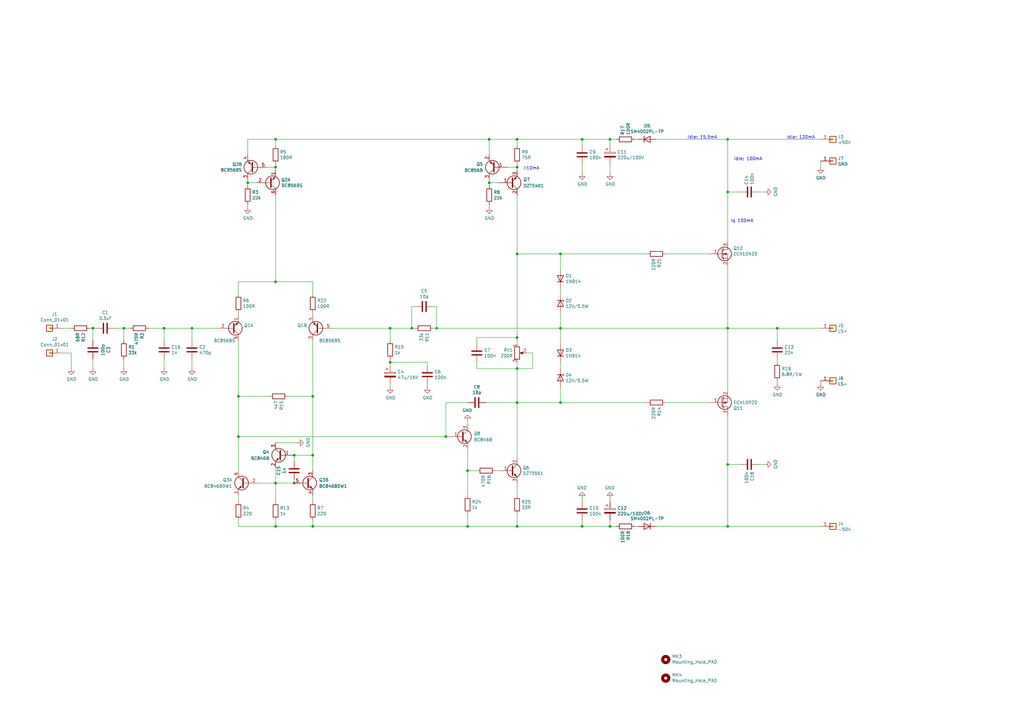
<source format=kicad_sch>
(kicad_sch (version 20211123) (generator eeschema)
  (paper "A3")
  (title_block (title "Lateral MOS FET 80W") (date "2022-01-22") (rev "V4"))
  (lib_symbols
    (symbol "Connector_Generic:Conn_01x01" (pin_names (offset 1.016) hide)
      (property "Reference" "J" (at 0 2.54 0))
      (property "Value" "Conn_01x01" (at 0 -2.54 0))
      (symbol "Conn_01x01_1_1"
        (rectangle (start -1.27 0.127) (end 0 -0.127) (stroke (width 0.1524)))
        (rectangle (start -1.27 1.27) (end 1.27 -1.27) (stroke (width 0.254)) (fill (type background)))
        (pin passive line (at -5.08 0 0) (length 3.81) (name "Pin_1") (number "1"))
      )
    )
    (symbol "Device:C" (pin_numbers hide) (pin_names (offset 0.254))
      (property "Reference" "C" (at 0.635 2.54 0))
      (property "Value" "C" (at 0.635 -2.54 0))
      (symbol "C_0_1"
        (polyline (pts (xy -2.032 -0.762) (xy 2.032 -0.762)) (stroke (width 0.508)))
        (polyline (pts (xy -2.032 0.762) (xy 2.032 0.762)) (stroke (width 0.508)))
      )
      (symbol "C_1_1"
        (pin passive line (at 0 3.81 270) (length 2.794) (name "~") (number "1"))
        (pin passive line (at 0 -3.81 90) (length 2.794) (name "~") (number "2"))
      )
    )
    (symbol "Device:CP" (pin_numbers hide) (pin_names (offset 0.254))
      (property "Reference" "C" (at 0.635 2.54 0))
      (property "Value" "Device_CP" (at 0.635 -2.54 0))
      (symbol "CP_0_1"
        (rectangle (start -2.286 0.508) (end 2.286 1.016))
        (polyline (pts (xy -1.778 2.286) (xy -0.762 2.286)))
        (polyline (pts (xy -1.27 2.794) (xy -1.27 1.778)))
        (rectangle (start 2.286 -0.508) (end -2.286 -1.016) (fill (type outline)))
      )
      (symbol "CP_1_1"
        (pin passive line (at 0 3.81 270) (length 2.794) (name "~") (number "1"))
        (pin passive line (at 0 -3.81 90) (length 2.794) (name "~") (number "2"))
      )
    )
    (symbol "Device:R" (pin_numbers hide) (pin_names (offset 0))
      (property "Reference" "R" (at 2.032 0 90))
      (property "Value" "R" (at 0 0 90))
      (symbol "R_0_1"
        (rectangle (start -1.016 -2.54) (end 1.016 2.54) (stroke (width 0.254)))
      )
      (symbol "R_1_1"
        (pin passive line (at 0 3.81 270) (length 1.27) (name "~") (number "1"))
        (pin passive line (at 0 -3.81 90) (length 1.27) (name "~") (number "2"))
      )
    )
    (symbol "Device:R_POT" (pin_names (offset 1.016) hide)
      (property "Reference" "RV" (at -4.445 0 90))
      (property "Value" "Device_R_POT" (at -2.54 0 90))
      (symbol "R_POT_0_1"
        (polyline (pts (xy 2.54 0) (xy 1.524 0)))
        (polyline (pts (xy 1.143 0) (xy 2.286 0.508) (xy 2.286 -0.508) (xy 1.143 0)) (fill (type outline)))
        (rectangle (start 1.016 2.54) (end -1.016 -2.54) (stroke (width 0.254)))
      )
      (symbol "R_POT_1_1"
        (pin passive line (at 0 3.81 270) (length 1.27) (name "1") (number "1"))
        (pin passive line (at 3.81 0 180) (length 1.27) (name "2") (number "2"))
        (pin passive line (at 0 -3.81 90) (length 1.27) (name "3") (number "3"))
      )
    )
    (symbol "Diode:1N4002" (pin_numbers hide) (pin_names (offset 1.016) hide)
      (property "Reference" "D" (at 0 2.54 0))
      (property "Value" "1N4002" (at 0 -2.54 0))
      (symbol "1N4002_0_1"
        (polyline (pts (xy -1.27 1.27) (xy -1.27 -1.27)) (stroke (width 0.254)))
        (polyline (pts (xy 1.27 0) (xy -1.27 0)))
        (polyline (pts (xy 1.27 1.27) (xy 1.27 -1.27) (xy -1.27 0) (xy 1.27 1.27)) (stroke (width 0.254)))
      )
      (symbol "1N4002_1_1"
        (pin passive line (at -3.81 0 0) (length 2.54) (name "K") (number "1"))
        (pin passive line (at 3.81 0 180) (length 2.54) (name "A") (number "2"))
      )
    )
    (symbol "Diode:1N4148" (pin_numbers hide) (pin_names (offset 1.016) hide)
      (property "Reference" "D" (at 0 2.54 0))
      (property "Value" "1N4148" (at 0 -2.54 0))
      (symbol "1N4148_0_1"
        (polyline (pts (xy -1.27 1.27) (xy -1.27 -1.27)) (stroke (width 0.254)))
        (polyline (pts (xy 1.27 0) (xy -1.27 0)))
        (polyline (pts (xy 1.27 1.27) (xy 1.27 -1.27) (xy -1.27 0) (xy 1.27 1.27)) (stroke (width 0.254)))
      )
      (symbol "1N4148_1_1"
        (pin passive line (at -3.81 0 0) (length 2.54) (name "K") (number "1"))
        (pin passive line (at 3.81 0 180) (length 2.54) (name "A") (number "2"))
      )
    )
    (symbol "Diode:ZPDxx" (pin_numbers hide) (pin_names (offset 1.016) hide)
      (property "Reference" "D" (at 0 2.54 0))
      (property "Value" "ZPDxx" (at 0 -2.54 0))
      (symbol "ZPDxx_0_1"
        (polyline (pts (xy 1.27 0) (xy -1.27 0)))
        (polyline (pts (xy -1.27 -1.27) (xy -1.27 1.27) (xy -0.762 1.27)) (stroke (width 0.254)))
        (polyline (pts (xy 1.27 -1.27) (xy 1.27 1.27) (xy -1.27 0) (xy 1.27 -1.27)) (stroke (width 0.254)))
      )
      (symbol "ZPDxx_1_1"
        (pin passive line (at -3.81 0 0) (length 2.54) (name "K") (number "1"))
        (pin passive line (at 3.81 0 180) (length 2.54) (name "A") (number "2"))
      )
    )
    (symbol "Mechanical:MountingHole" (pin_names (offset 1.016))
      (property "Reference" "H" (at 0 5.08 0))
      (property "Value" "MountingHole" (at 0 3.175 0))
      (symbol "MountingHole_0_1"
        (circle (center 0 0) (radius 1.27) (stroke (width 1.27)))
      )
    )
    (symbol "Transistor_BJT:BC846" (pin_names (offset 0) hide)
      (property "Reference" "Q" (at 5.08 1.905 0))
      (property "Value" "BC846" (at 5.08 0 0))
      (symbol "BC846_0_1"
        (polyline (pts (xy 0.635 0.635) (xy 2.54 2.54)))
        (polyline (pts (xy 0.635 -0.635) (xy 2.54 -2.54) (xy 2.54 -2.54)))
        (polyline (pts (xy 0.635 1.905) (xy 0.635 -1.905) (xy 0.635 -1.905)) (stroke (width 0.508)))
        (polyline (pts (xy 1.27 -1.778) (xy 1.778 -1.27) (xy 2.286 -2.286) (xy 1.27 -1.778) (xy 1.27 -1.778)) (fill (type outline)))
        (circle (center 1.27 0) (radius 2.8194) (stroke (width 0.254)))
      )
      (symbol "BC846_1_1"
        (pin input line (at -5.08 0 0) (length 5.715) (name "B") (number "1"))
        (pin passive line (at 2.54 -5.08 90) (length 2.54) (name "E") (number "2"))
        (pin passive line (at 2.54 5.08 270) (length 2.54) (name "C") (number "3"))
      )
    )
    (symbol "Transistor_BJT:BC846BDW1" (pin_names (offset 0) hide)
      (property "Reference" "Q" (at 5.08 1.27 0))
      (property "Value" "BC846BDW1" (at 5.08 -1.27 0))
      (symbol "BC846BDW1_0_1"
        (polyline (pts (xy 0.635 0) (xy -2.54 0)))
        (polyline (pts (xy 0.635 0.635) (xy 2.54 2.54)))
        (polyline (pts (xy 0.635 -0.635) (xy 2.54 -2.54) (xy 2.54 -2.54)))
        (polyline (pts (xy 0.635 1.905) (xy 0.635 -1.905) (xy 0.635 -1.905)) (stroke (width 0.508)))
        (polyline (pts (xy 1.27 -1.778) (xy 1.778 -1.27) (xy 2.286 -2.286) (xy 1.27 -1.778) (xy 1.27 -1.778)) (fill (type outline)))
        (circle (center 1.27 0) (radius 2.8194) (stroke (width 0.254)))
      )
      (symbol "BC846BDW1_1_1"
        (pin passive line (at 2.54 -5.08 90) (length 2.54) (name "E1") (number "1"))
        (pin input line (at -5.08 0 0) (length 2.54) (name "B1") (number "2"))
        (pin passive line (at 2.54 5.08 270) (length 2.54) (name "C1") (number "6"))
      )
      (symbol "BC846BDW1_2_1"
        (pin passive line (at 2.54 5.08 270) (length 2.54) (name "C2") (number "3"))
        (pin passive line (at 2.54 -5.08 90) (length 2.54) (name "E2") (number "4"))
        (pin input line (at -5.08 0 0) (length 2.54) (name "B2") (number "5"))
      )
    )
    (symbol "Transistor_BJT:BC856" (pin_names (offset 0) hide)
      (property "Reference" "Q" (at 5.08 1.905 0))
      (property "Value" "BC856" (at 5.08 0 0))
      (symbol "BC856_0_1"
        (polyline (pts (xy 0.635 0.635) (xy 2.54 2.54)))
        (polyline (pts (xy 0.635 -0.635) (xy 2.54 -2.54) (xy 2.54 -2.54)))
        (polyline (pts (xy 0.635 1.905) (xy 0.635 -1.905) (xy 0.635 -1.905)) (stroke (width 0.508)))
        (polyline (pts (xy 2.286 -1.778) (xy 1.778 -2.286) (xy 1.27 -1.27) (xy 2.286 -1.778) (xy 2.286 -1.778)) (fill (type outline)))
        (circle (center 1.27 0) (radius 2.8194) (stroke (width 0.254)))
      )
      (symbol "BC856_1_1"
        (pin input line (at -5.08 0 0) (length 5.715) (name "B") (number "1"))
        (pin passive line (at 2.54 -5.08 90) (length 2.54) (name "E") (number "2"))
        (pin passive line (at 2.54 5.08 270) (length 2.54) (name "C") (number "3"))
      )
    )
    (symbol "Transistor_BJT:BC856BS" (pin_names (offset 0) hide)
      (property "Reference" "Q" (at 5.08 1.27 0))
      (property "Value" "BC856BS" (at 5.08 -1.27 0))
      (symbol "BC856BS_0_1"
        (polyline (pts (xy 0.635 0) (xy -2.54 0)))
        (polyline (pts (xy 0.635 0.635) (xy 2.54 2.54)))
        (polyline (pts (xy 0.635 -0.635) (xy 2.54 -2.54) (xy 2.54 -2.54)))
        (polyline (pts (xy 0.635 1.905) (xy 0.635 -1.905) (xy 0.635 -1.905)) (stroke (width 0.508)))
        (polyline (pts (xy 2.286 -1.778) (xy 1.778 -2.286) (xy 1.27 -1.27) (xy 2.286 -1.778) (xy 2.286 -1.778)) (fill (type outline)))
        (circle (center 1.27 0) (radius 2.8194) (stroke (width 0.254)))
      )
      (symbol "BC856BS_1_1"
        (pin passive line (at 2.54 -5.08 90) (length 2.54) (name "E1") (number "1"))
        (pin input line (at -5.08 0 0) (length 2.54) (name "B1") (number "2"))
        (pin passive line (at 2.54 5.08 270) (length 2.54) (name "C1") (number "6"))
      )
      (symbol "BC856BS_2_1"
        (pin passive line (at 2.54 5.08 270) (length 2.54) (name "C2") (number "3"))
        (pin passive line (at 2.54 -5.08 90) (length 2.54) (name "E2") (number "4"))
        (pin input line (at -5.08 0 0) (length 2.54) (name "B2") (number "5"))
      )
    )
    (symbol "kicad-snk:DZT5401" (pin_names (offset 0) hide)
      (property "Reference" "Q" (at 5.08 1.905 0))
      (property "Value" "DZT5401" (at 5.08 0 0))
      (symbol "DZT5401_0_1"
        (polyline (pts (xy 0.635 0.635) (xy 2.54 2.54)))
        (polyline (pts (xy 0.635 -0.635) (xy 2.54 -2.54) (xy 2.54 -2.54)))
        (polyline (pts (xy 0.635 1.905) (xy 0.635 -1.905) (xy 0.635 -1.905)) (stroke (width 0.508)))
        (polyline (pts (xy 2.286 -1.778) (xy 1.778 -2.286) (xy 1.27 -1.27) (xy 2.286 -1.778) (xy 2.286 -1.778)) (fill (type outline)))
        (circle (center 1.27 0) (radius 2.8194) (stroke (width 0.254)))
      )
      (symbol "DZT5401_1_1"
        (pin input line (at -5.08 0 0) (length 5.715) (name "B") (number "1"))
        (pin passive line (at 2.54 5.08 270) (length 2.54) (name "C") (number "2"))
        (pin passive line (at 2.54 -5.08 90) (length 2.54) (name "E") (number "3"))
      )
    )
    (symbol "kicad-snk:DZT5551" (pin_names (offset 0) hide)
      (property "Reference" "Q" (at 5.08 1.905 0))
      (property "Value" "kicad-snk_DZT5551" (at 5.08 0 0))
      (symbol "DZT5551_0_1"
        (polyline (pts (xy 0.635 0.635) (xy 2.54 2.54)))
        (polyline (pts (xy 0.635 -0.635) (xy 2.54 -2.54) (xy 2.54 -2.54)))
        (polyline (pts (xy 0.635 1.905) (xy 0.635 -1.905) (xy 0.635 -1.905)) (stroke (width 0.508)))
        (polyline (pts (xy 1.27 -1.778) (xy 1.778 -1.27) (xy 2.286 -2.286) (xy 1.27 -1.778) (xy 1.27 -1.778)) (fill (type outline)))
        (circle (center 1.27 0) (radius 2.8194) (stroke (width 0.254)))
      )
      (symbol "DZT5551_1_1"
        (pin input line (at -5.08 0 0) (length 5.715) (name "B") (number "1"))
        (pin passive line (at 2.54 5.08 270) (length 2.54) (name "C") (number "2"))
        (pin passive line (at 2.54 -5.08 90) (length 2.54) (name "E") (number "3"))
      )
    )
    (symbol "kicad-snk:Q_NMOS_GSD" (pin_names (offset 0) hide)
      (property "Reference" "Q" (at 7.62 1.27 0))
      (property "Value" "kicad-snk_Q_NMOS_GSD" (at 16.51 -1.27 0))
      (symbol "Q_NMOS_GSD_0_1"
        (polyline (pts (xy 0.762 -1.778) (xy 2.54 -1.778)))
        (polyline (pts (xy 0.762 -1.27) (xy 0.762 -2.286)) (stroke (width 0.254)))
        (polyline (pts (xy 0.762 0) (xy 2.54 0)))
        (polyline (pts (xy 0.762 0.508) (xy 0.762 -0.508)) (stroke (width 0.254)))
        (polyline (pts (xy 0.762 1.778) (xy 2.54 1.778)))
        (polyline (pts (xy 0.762 2.286) (xy 0.762 1.27)) (stroke (width 0.254)))
        (polyline (pts (xy 2.54 -1.778) (xy 2.54 -2.54)))
        (polyline (pts (xy 2.54 -1.778) (xy 2.54 0)))
        (polyline (pts (xy 2.54 2.54) (xy 2.54 1.778)))
        (polyline (pts (xy 0.254 1.905) (xy 0.254 -1.905) (xy 0.254 -1.905)) (stroke (width 0.254)))
        (polyline (pts (xy 1.016 0) (xy 2.032 0.381) (xy 2.032 -0.381) (xy 1.016 0)) (fill (type outline)))
        (circle (center 1.27 0) (radius 2.8194) (stroke (width 0.254)))
      )
      (symbol "Q_NMOS_GSD_1_1"
        (pin input line (at -5.08 0 0) (length 5.334) (name "G") (number "1"))
        (pin passive line (at 2.54 -5.08 90) (length 2.54) (name "S") (number "2"))
        (pin passive line (at 2.54 5.08 270) (length 2.54) (name "D") (number "3"))
      )
    )
    (symbol "kicad-snk:Q_PMOS_GSD" (pin_names (offset 0) hide)
      (property "Reference" "Q" (at 7.62 1.27 0))
      (property "Value" "kicad-snk_Q_PMOS_GSD" (at 16.51 -1.27 0))
      (symbol "Q_PMOS_GSD_0_1"
        (polyline (pts (xy 0.762 -1.778) (xy 2.54 -1.778)))
        (polyline (pts (xy 0.762 -1.27) (xy 0.762 -2.286)) (stroke (width 0.254)))
        (polyline (pts (xy 0.762 0) (xy 2.54 0)))
        (polyline (pts (xy 0.762 0.508) (xy 0.762 -0.508)) (stroke (width 0.254)))
        (polyline (pts (xy 0.762 1.778) (xy 2.54 1.778)))
        (polyline (pts (xy 0.762 2.286) (xy 0.762 1.27)) (stroke (width 0.254)))
        (polyline (pts (xy 2.54 -1.778) (xy 2.54 -2.54)))
        (polyline (pts (xy 2.54 -1.778) (xy 2.54 0)))
        (polyline (pts (xy 2.54 2.54) (xy 2.54 1.778)))
        (polyline (pts (xy 0.254 1.905) (xy 0.254 -1.905) (xy 0.254 -1.905)) (stroke (width 0.254)))
        (polyline (pts (xy 2.286 0) (xy 1.27 -0.381) (xy 1.27 0.381) (xy 2.286 0)) (fill (type outline)))
        (circle (center 1.27 0) (radius 2.8194) (stroke (width 0.254)))
      )
      (symbol "Q_PMOS_GSD_1_1"
        (pin input line (at -5.08 0 0) (length 5.334) (name "G") (number "1"))
        (pin passive line (at 2.54 -5.08 90) (length 2.54) (name "D") (number "2"))
        (pin passive line (at 2.54 5.08 270) (length 2.54) (name "S") (number "3"))
      )
    )
    (symbol "power:GND" (power) (pin_names (offset 0))
      (property "Value" "GND" (at 0 -3.81 0))
      (symbol "GND_0_1"
        (polyline (pts (xy 0 0) (xy 0 -1.27) (xy 1.27 -1.27) (xy 0 -2.54) (xy -1.27 -1.27) (xy 0 -1.27)))
      )
      (symbol "GND_1_1"
        (pin power_in line (at 0 0 270) (length 0) hide (name "GND") (number "1"))
      )
    )
  )
  (junction (at 229.87 165.1))
  (junction (at 191.77 215.9))
  (junction (at 212.09 68.58))
  (junction (at 229.87 104.14))
  (junction (at 212.09 165.1))
  (junction (at 229.87 134.62))
  (junction (at 78.74 134.62))
  (junction (at 191.77 193.04))
  (junction (at 67.31 134.62))
  (junction (at 318.77 134.62))
  (junction (at 97.79 179.07))
  (junction (at 200.66 74.93))
  (junction (at 113.03 215.9))
  (junction (at 212.09 215.9))
  (junction (at 113.03 115.57))
  (junction (at 200.66 57.15))
  (junction (at 38.1 134.62))
  (junction (at 50.8 134.62))
  (junction (at 212.09 138.43))
  (junction (at 113.03 57.15))
  (junction (at 212.09 151.13))
  (junction (at 128.27 186.69))
  (junction (at 238.76 57.15))
  (junction (at 238.76 215.9))
  (junction (at 298.45 190.5))
  (junction (at 250.19 57.15))
  (junction (at 160.02 134.62))
  (junction (at 97.79 162.56))
  (junction (at 113.03 198.12))
  (junction (at 298.45 57.15))
  (junction (at 128.27 215.9))
  (junction (at 179.07 134.62))
  (junction (at 120.65 198.12))
  (junction (at 168.91 134.62))
  (junction (at 298.45 134.62))
  (junction (at 113.03 68.58))
  (junction (at 212.09 57.15))
  (junction (at 182.88 179.07))
  (junction (at 212.09 104.14))
  (junction (at 101.6 74.93))
  (junction (at 128.27 162.56))
  (junction (at 298.45 215.9))
  (junction (at 160.02 148.59))
  (junction (at 250.19 215.9))
  (junction (at 298.45 78.74))
  (junction (at 120.65 186.69))
  (wire (pts (xy 212.09 68.58) (xy 212.09 69.85)))
  (wire (pts (xy 29.21 144.78) (xy 25.4 144.78)))
  (wire (pts (xy 200.66 73.66) (xy 200.66 74.93)))
  (wire (pts (xy 128.27 115.57) (xy 113.03 115.57)))
  (wire (pts (xy 218.44 151.13) (xy 218.44 144.78)))
  (wire (pts (xy 120.65 186.69) (xy 128.27 186.69)))
  (wire (pts (xy 269.24 215.9) (xy 298.45 215.9)))
  (wire (pts (xy 168.91 125.73) (xy 168.91 134.62)))
  (wire (pts (xy 175.26 148.59) (xy 160.02 148.59)))
  (wire (pts (xy 105.41 198.12) (xy 113.03 198.12)))
  (wire (pts (xy 298.45 215.9) (xy 298.45 190.5)))
  (wire (pts (xy 212.09 165.1) (xy 229.87 165.1)))
  (wire (pts (xy 113.03 57.15) (xy 200.66 57.15)))
  (wire (pts (xy 170.18 125.73) (xy 168.91 125.73)))
  (wire (pts (xy 200.66 57.15) (xy 200.66 63.5)))
  (wire (pts (xy 175.26 149.86) (xy 175.26 148.59)))
  (wire (pts (xy 38.1 134.62) (xy 39.37 134.62)))
  (wire (pts (xy 212.09 57.15) (xy 238.76 57.15)))
  (wire (pts (xy 229.87 110.49) (xy 229.87 104.14)))
  (wire (pts (xy 113.03 198.12) (xy 120.65 198.12)))
  (wire (pts (xy 128.27 186.69) (xy 128.27 193.04)))
  (wire (pts (xy 191.77 184.15) (xy 191.77 193.04)))
  (wire (pts (xy 238.76 57.15) (xy 238.76 59.69)))
  (wire (pts (xy 113.03 115.57) (xy 97.79 115.57)))
  (wire (pts (xy 200.66 57.15) (xy 212.09 57.15)))
  (wire (pts (xy 25.4 134.62) (xy 29.21 134.62)))
  (wire (pts (xy 109.22 68.58) (xy 113.03 68.58)))
  (wire (pts (xy 229.87 128.27) (xy 229.87 134.62)))
  (wire (pts (xy 238.76 67.31) (xy 238.76 71.12)))
  (wire (pts (xy 303.53 78.74) (xy 298.45 78.74)))
  (wire (pts (xy 38.1 147.32) (xy 38.1 151.13)))
  (wire (pts (xy 303.53 190.5) (xy 298.45 190.5)))
  (wire (pts (xy 212.09 215.9) (xy 238.76 215.9)))
  (wire (pts (xy 101.6 74.93) (xy 105.41 74.93)))
  (wire (pts (xy 36.83 134.62) (xy 38.1 134.62)))
  (wire (pts (xy 191.77 172.72) (xy 191.77 173.99)))
  (wire (pts (xy 250.19 57.15) (xy 250.19 59.69)))
  (wire (pts (xy 298.45 99.06) (xy 298.45 78.74)))
  (wire (pts (xy 113.03 181.61) (xy 121.92 181.61)))
  (wire (pts (xy 200.66 74.93) (xy 200.66 76.2)))
  (wire (pts (xy 160.02 148.59) (xy 160.02 147.32)))
  (wire (pts (xy 212.09 151.13) (xy 218.44 151.13)))
  (wire (pts (xy 200.66 74.93) (xy 204.47 74.93)))
  (wire (pts (xy 78.74 134.62) (xy 90.17 134.62)))
  (wire (pts (xy 38.1 134.62) (xy 38.1 139.7)))
  (wire (pts (xy 182.88 179.07) (xy 184.15 179.07)))
  (wire (pts (xy 298.45 109.22) (xy 298.45 134.62)))
  (wire (pts (xy 97.79 139.7) (xy 97.79 162.56)))
  (wire (pts (xy 212.09 138.43) (xy 212.09 140.97)))
  (wire (pts (xy 261.62 57.15) (xy 260.35 57.15)))
  (wire (pts (xy 78.74 139.7) (xy 78.74 134.62)))
  (wire (pts (xy 191.77 215.9) (xy 212.09 215.9)))
  (wire (pts (xy 273.05 165.1) (xy 290.83 165.1)))
  (wire (pts (xy 128.27 215.9) (xy 191.77 215.9)))
  (wire (pts (xy 212.09 203.2) (xy 212.09 198.12)))
  (wire (pts (xy 212.09 151.13) (xy 212.09 165.1)))
  (wire (pts (xy 182.88 165.1) (xy 182.88 179.07)))
  (wire (pts (xy 229.87 158.75) (xy 229.87 165.1)))
  (wire (pts (xy 212.09 57.15) (xy 212.09 59.69)))
  (wire (pts (xy 212.09 165.1) (xy 212.09 187.96)))
  (wire (pts (xy 191.77 165.1) (xy 182.88 165.1)))
  (wire (pts (xy 128.27 139.7) (xy 128.27 162.56)))
  (wire (pts (xy 128.27 128.27) (xy 128.27 129.54)))
  (wire (pts (xy 113.03 213.36) (xy 113.03 215.9)))
  (wire (pts (xy 336.55 66.04) (xy 336.55 68.58)))
  (wire (pts (xy 67.31 134.62) (xy 67.31 139.7)))
  (wire (pts (xy 101.6 73.66) (xy 101.6 74.93)))
  (wire (pts (xy 113.03 57.15) (xy 101.6 57.15)))
  (wire (pts (xy 298.45 78.74) (xy 298.45 57.15)))
  (wire (pts (xy 101.6 57.15) (xy 101.6 63.5)))
  (wire (pts (xy 208.28 68.58) (xy 212.09 68.58)))
  (wire (pts (xy 200.66 83.82) (xy 200.66 85.09)))
  (wire (pts (xy 298.45 170.18) (xy 298.45 190.5)))
  (wire (pts (xy 229.87 104.14) (xy 265.43 104.14)))
  (wire (pts (xy 318.77 139.7) (xy 318.77 134.62)))
  (wire (pts (xy 78.74 151.13) (xy 78.74 147.32)))
  (wire (pts (xy 50.8 151.13) (xy 50.8 147.32)))
  (wire (pts (xy 128.27 203.2) (xy 128.27 205.74)))
  (wire (pts (xy 318.77 157.48) (xy 318.77 156.21)))
  (wire (pts (xy 97.79 128.27) (xy 97.79 129.54)))
  (wire (pts (xy 212.09 215.9) (xy 212.09 210.82)))
  (wire (pts (xy 195.58 140.97) (xy 195.58 138.43)))
  (wire (pts (xy 97.79 162.56) (xy 110.49 162.56)))
  (wire (pts (xy 67.31 134.62) (xy 78.74 134.62)))
  (wire (pts (xy 273.05 104.14) (xy 290.83 104.14)))
  (wire (pts (xy 313.69 78.74) (xy 311.15 78.74)))
  (wire (pts (xy 113.03 191.77) (xy 113.03 198.12)))
  (wire (pts (xy 97.79 213.36) (xy 97.79 215.9)))
  (wire (pts (xy 250.19 215.9) (xy 238.76 215.9)))
  (wire (pts (xy 179.07 134.62) (xy 179.07 125.73)))
  (wire (pts (xy 269.24 57.15) (xy 298.45 57.15)))
  (wire (pts (xy 250.19 213.36) (xy 250.19 215.9)))
  (wire (pts (xy 113.03 57.15) (xy 113.03 59.69)))
  (wire (pts (xy 160.02 134.62) (xy 160.02 139.7)))
  (wire (pts (xy 318.77 148.59) (xy 318.77 147.32)))
  (wire (pts (xy 212.09 148.59) (xy 212.09 151.13)))
  (wire (pts (xy 101.6 83.82) (xy 101.6 85.09)))
  (wire (pts (xy 160.02 149.86) (xy 160.02 148.59)))
  (wire (pts (xy 175.26 158.75) (xy 175.26 157.48)))
  (wire (pts (xy 298.45 57.15) (xy 336.55 57.15)))
  (wire (pts (xy 50.8 139.7) (xy 50.8 134.62)))
  (wire (pts (xy 128.27 115.57) (xy 128.27 120.65)))
  (wire (pts (xy 336.55 134.62) (xy 318.77 134.62)))
  (wire (pts (xy 203.2 193.04) (xy 204.47 193.04)))
  (wire (pts (xy 252.73 57.15) (xy 250.19 57.15)))
  (wire (pts (xy 191.77 193.04) (xy 195.58 193.04)))
  (wire (pts (xy 195.58 148.59) (xy 195.58 151.13)))
  (wire (pts (xy 199.39 165.1) (xy 212.09 165.1)))
  (wire (pts (xy 179.07 134.62) (xy 229.87 134.62)))
  (wire (pts (xy 128.27 213.36) (xy 128.27 215.9)))
  (wire (pts (xy 250.19 67.31) (xy 250.19 71.12)))
  (wire (pts (xy 97.79 115.57) (xy 97.79 120.65)))
  (wire (pts (xy 318.77 134.62) (xy 298.45 134.62)))
  (wire (pts (xy 46.99 134.62) (xy 50.8 134.62)))
  (wire (pts (xy 113.03 215.9) (xy 128.27 215.9)))
  (wire (pts (xy 229.87 151.13) (xy 229.87 148.59)))
  (wire (pts (xy 212.09 67.31) (xy 212.09 68.58)))
  (wire (pts (xy 67.31 147.32) (xy 67.31 151.13)))
  (wire (pts (xy 97.79 203.2) (xy 97.79 205.74)))
  (wire (pts (xy 113.03 198.12) (xy 113.03 205.74)))
  (wire (pts (xy 238.76 205.74) (xy 238.76 204.47)))
  (wire (pts (xy 191.77 210.82) (xy 191.77 215.9)))
  (wire (pts (xy 120.65 196.85) (xy 120.65 198.12)))
  (wire (pts (xy 160.02 158.75) (xy 160.02 157.48)))
  (wire (pts (xy 60.96 134.62) (xy 67.31 134.62)))
  (wire (pts (xy 313.69 190.5) (xy 311.15 190.5)))
  (wire (pts (xy 195.58 151.13) (xy 212.09 151.13)))
  (wire (pts (xy 113.03 67.31) (xy 113.03 68.58)))
  (wire (pts (xy 113.03 80.01) (xy 113.03 115.57)))
  (wire (pts (xy 118.11 162.56) (xy 128.27 162.56)))
  (wire (pts (xy 215.9 144.78) (xy 218.44 144.78)))
  (wire (pts (xy 212.09 80.01) (xy 212.09 104.14)))
  (wire (pts (xy 212.09 138.43) (xy 212.09 104.14)))
  (wire (pts (xy 128.27 162.56) (xy 128.27 186.69)))
  (wire (pts (xy 229.87 165.1) (xy 265.43 165.1)))
  (wire (pts (xy 261.62 215.9) (xy 260.35 215.9)))
  (wire (pts (xy 298.45 215.9) (xy 336.55 215.9)))
  (wire (pts (xy 97.79 215.9) (xy 113.03 215.9)))
  (wire (pts (xy 250.19 204.47) (xy 250.19 205.74)))
  (wire (pts (xy 97.79 179.07) (xy 97.79 193.04)))
  (wire (pts (xy 212.09 104.14) (xy 229.87 104.14)))
  (wire (pts (xy 120.65 186.69) (xy 120.65 189.23)))
  (wire (pts (xy 229.87 140.97) (xy 229.87 134.62)))
  (wire (pts (xy 53.34 134.62) (xy 50.8 134.62)))
  (wire (pts (xy 29.21 151.13) (xy 29.21 144.78)))
  (wire (pts (xy 168.91 134.62) (xy 160.02 134.62)))
  (wire (pts (xy 177.8 134.62) (xy 179.07 134.62)))
  (wire (pts (xy 97.79 162.56) (xy 97.79 179.07)))
  (wire (pts (xy 170.18 134.62) (xy 168.91 134.62)))
  (wire (pts (xy 179.07 125.73) (xy 177.8 125.73)))
  (wire (pts (xy 135.89 134.62) (xy 160.02 134.62)))
  (wire (pts (xy 101.6 74.93) (xy 101.6 76.2)))
  (wire (pts (xy 195.58 138.43) (xy 212.09 138.43)))
  (wire (pts (xy 113.03 68.58) (xy 113.03 69.85)))
  (wire (pts (xy 238.76 213.36) (xy 238.76 215.9)))
  (wire (pts (xy 229.87 134.62) (xy 298.45 134.62)))
  (wire (pts (xy 191.77 193.04) (xy 191.77 203.2)))
  (wire (pts (xy 229.87 120.65) (xy 229.87 118.11)))
  (wire (pts (xy 250.19 57.15) (xy 238.76 57.15)))
  (wire (pts (xy 252.73 215.9) (xy 250.19 215.9)))
  (wire (pts (xy 298.45 134.62) (xy 298.45 160.02)))
  (wire (pts (xy 336.55 157.48) (xy 336.55 156.21)))
  (wire (pts (xy 97.79 179.07) (xy 182.88 179.07)))
  (text "Idle: 100mA" (at 300.99 66.04 0) (effects (font (size 1.27 1.27)) (justify left bottom)))
  (text "Iq 100mA" (at 299.72 91.44 0) (effects (font (size 1.27 1.27)) (justify left bottom)))
  (text "Idle: 15.5mA" (at 281.94 57.15 0) (effects (font (size 1.27 1.27)) (justify left bottom)))
  (text "Idle: 120mA" (at 322.58 57.15 0) (effects (font (size 1.27 1.27)) (justify left bottom)))
  (text "I:10mA" (at 214.63 69.85 0) (effects (font (size 1.27 1.27)) (justify left bottom)))
  (symbol (lib_id "Device:R") (at 57.15 134.62 270) (unit 1)
    (property "Reference" "R2" (at 58.3184 136.398 0) (effects (justify left)))
    (property "Value" "470R" (at 56.007 136.398 0) (effects (justify left)))
    (property "Footprint" "Resistor_SMD:R_0805_2012Metric_Pad1.20x1.40mm_HandSolder" (effects hide))
  )
  (symbol (lib_id "Device:C") (at 78.74 143.51 0) (unit 1)
    (property "Reference" "C2" (at 81.661 142.3416 0) (effects (justify left)))
    (property "Value" "470p" (at 81.661 144.653 0) (effects (justify left)))
    (property "Footprint" "Capacitor_SMD:C_0805_2012Metric_Pad1.18x1.45mm_HandSolder" (effects hide))
  )
  (symbol (lib_id "Device:C") (at 43.18 134.62 270) (unit 1)
    (property "Reference" "C1" (at 43.18 128.2192 90))
    (property "Value" "3.3uF" (at 43.18 130.5306 90))
    (property "Footprint" "Capacitor_THT:C_Rect_L7.2mm_W7.2mm_P5.00mm_FKS2_FKP2_MKS2_MKP2" (effects hide))
  )
  (symbol (lib_id "power:GND") (at 50.8 151.13 0) (unit 1)
    (property "Reference" "#PWR0101" (effects hide))
    (property "Value" "GND" (at 50.927 155.5242 0))
  )
  (symbol (lib_id "Device:R") (at 50.8 143.51 0) (unit 1)
    (property "Reference" "R1" (at 52.578 142.3416 0) (effects (justify left)))
    (property "Value" "33k" (at 52.578 144.653 0) (effects (justify left)))
    (property "Footprint" "Resistor_SMD:R_0805_2012Metric_Pad1.20x1.40mm_HandSolder" (effects hide))
  )
  (symbol (lib_id "power:GND") (at 29.21 151.13 0) (unit 1)
    (property "Reference" "#PWR0102" (effects hide))
    (property "Value" "GND" (at 29.337 155.5242 0))
  )
  (symbol (lib_id "Connector_Generic:Conn_01x01") (at 20.32 134.62 180) (unit 1)
    (property "Reference" "J1" (at 22.4028 128.905 0))
    (property "Value" "Conn_01x01" (at 22.4028 131.2164 0))
    (property "Footprint" "Connector_Pin:Pin_D1.0mm_L10.0mm" (effects hide))
  )
  (symbol (lib_id "Connector_Generic:Conn_01x01") (at 20.32 144.78 180) (unit 1)
    (property "Reference" "J2" (at 22.4028 139.065 0))
    (property "Value" "Conn_01x01" (at 22.4028 141.3764 0))
    (property "Footprint" "Connector_Pin:Pin_D1.0mm_L10.0mm" (effects hide))
  )
  (symbol (lib_id "Device:R") (at 97.79 124.46 0) (unit 1)
    (property "Reference" "R6" (at 99.568 123.2916 0) (effects (justify left)))
    (property "Value" "100R" (at 99.568 125.603 0) (effects (justify left)))
    (property "Footprint" "Resistor_SMD:R_0805_2012Metric_Pad1.20x1.40mm_HandSolder" (effects hide))
  )
  (symbol (lib_id "Device:R") (at 101.6 80.01 0) (unit 1)
    (property "Reference" "R3" (at 103.378 78.8416 0) (effects (justify left)))
    (property "Value" "22k" (at 103.378 81.153 0) (effects (justify left)))
    (property "Footprint" "Resistor_SMD:R_0805_2012Metric_Pad1.20x1.40mm_HandSolder" (effects hide))
  )
  (symbol (lib_id "power:GND") (at 101.6 85.09 0) (unit 1)
    (property "Reference" "#PWR0103" (effects hide))
    (property "Value" "GND" (at 101.727 89.4842 0))
  )
  (symbol (lib_id "Device:R") (at 113.03 63.5 0) (unit 1)
    (property "Reference" "R5" (at 114.808 62.3316 0) (effects (justify left)))
    (property "Value" "180R" (at 114.808 64.643 0) (effects (justify left)))
    (property "Footprint" "Resistor_SMD:R_0805_2012Metric_Pad1.20x1.40mm_HandSolder" (effects hide))
  )
  (symbol (lib_id "Device:CP") (at 160.02 153.67 0) (unit 1)
    (property "Reference" "C4" (at 163.0172 152.5016 0) (effects (justify left)))
    (property "Value" "47u/16V" (at 163.0172 154.813 0) (effects (justify left)))
    (property "Footprint" "Capacitor_THT:CP_Radial_D5.0mm_P2.00mm" (effects hide))
  )
  (symbol (lib_id "Device:C") (at 175.26 153.67 0) (unit 1)
    (property "Reference" "C6" (at 178.181 152.5016 0) (effects (justify left)))
    (property "Value" "100n" (at 178.181 154.813 0) (effects (justify left)))
    (property "Footprint" "Capacitor_THT:C_Rect_L7.2mm_W2.5mm_P5.00mm_FKS2_FKP2_MKS2_MKP2" (effects hide))
  )
  (symbol (lib_id "Device:R") (at 160.02 143.51 0) (unit 1)
    (property "Reference" "R10" (at 161.798 142.3416 0) (effects (justify left)))
    (property "Value" "1k" (at 161.798 144.653 0) (effects (justify left)))
    (property "Footprint" "Resistor_SMD:R_0805_2012Metric_Pad1.20x1.40mm_HandSolder" (effects hide))
  )
  (symbol (lib_id "Device:R") (at 128.27 209.55 0) (unit 1)
    (property "Reference" "R7" (at 130.048 208.3816 0) (effects (justify left)))
    (property "Value" "220" (at 130.048 210.693 0) (effects (justify left)))
    (property "Footprint" "Resistor_SMD:R_0805_2012Metric_Pad1.20x1.40mm_HandSolder" (effects hide))
  )
  (symbol (lib_id "Device:R") (at 97.79 209.55 0) (unit 1)
    (property "Reference" "R4" (at 99.568 208.3816 0) (effects (justify left)))
    (property "Value" "220" (at 99.568 210.693 0) (effects (justify left)))
    (property "Footprint" "Resistor_SMD:R_0805_2012Metric_Pad1.20x1.40mm_HandSolder" (effects hide))
  )
  (symbol (lib_id "power:GND") (at 78.74 151.13 0) (unit 1)
    (property "Reference" "#PWR0104" (effects hide))
    (property "Value" "GND" (at 78.867 155.5242 0))
  )
  (symbol (lib_id "Device:R") (at 173.99 134.62 270) (unit 1)
    (property "Reference" "R11" (at 175.1584 136.398 0) (effects (justify left)))
    (property "Value" "33k" (at 172.847 136.398 0) (effects (justify left)))
    (property "Footprint" "Resistor_SMD:R_0805_2012Metric_Pad1.20x1.40mm_HandSolder" (effects hide))
  )
  (symbol (lib_id "Device:C") (at 173.99 125.73 270) (unit 1)
    (property "Reference" "C5" (at 173.99 119.3292 90))
    (property "Value" "10p" (at 173.99 121.6406 90))
    (property "Footprint" "Capacitor_SMD:C_0805_2012Metric_Pad1.18x1.45mm_HandSolder" (effects hide))
  )
  (symbol (lib_id "Connector_Generic:Conn_01x01") (at 341.63 57.15 0) (unit 1)
    (property "Reference" "J3" (at 343.662 56.0832 0) (effects (justify left)))
    (property "Value" "+50V" (at 343.662 58.3946 0) (effects (justify left)))
    (property "Footprint" "Connector_Wire:SolderWire-1.5sqmm_1x01_D1.7mm_OD3.9mm" (effects hide))
  )
  (symbol (lib_id "Connector_Generic:Conn_01x01") (at 341.63 215.9 0) (unit 1)
    (property "Reference" "J4" (at 343.662 214.8332 0) (effects (justify left)))
    (property "Value" "-50V" (at 343.662 217.1446 0) (effects (justify left)))
    (property "Footprint" "Connector_Wire:SolderWire-1.5sqmm_1x01_D1.7mm_OD3.9mm" (effects hide))
  )
  (symbol (lib_id "power:GND") (at 318.77 157.48 0) (unit 1)
    (property "Reference" "#PWR0109" (effects hide))
    (property "Value" "GND" (at 318.897 161.8742 0))
  )
  (symbol (lib_id "Connector_Generic:Conn_01x01") (at 341.63 156.21 0) (unit 1)
    (property "Reference" "J6" (at 343.662 155.1432 0) (effects (justify left)))
    (property "Value" "LS-" (at 343.662 157.4546 0) (effects (justify left)))
    (property "Footprint" "Connector_Wire:SolderWire-1.5sqmm_1x01_D1.7mm_OD3.9mm" (effects hide))
  )
  (symbol (lib_id "Connector_Generic:Conn_01x01") (at 341.63 134.62 0) (unit 1)
    (property "Reference" "J5" (at 343.662 133.5532 0) (effects (justify left)))
    (property "Value" "LS+" (at 343.662 135.8646 0) (effects (justify left)))
    (property "Footprint" "Connector_Wire:SolderWire-1.5sqmm_1x01_D1.7mm_OD3.9mm" (effects hide))
  )
  (symbol (lib_id "power:GND") (at 336.55 157.48 0) (unit 1)
    (property "Reference" "#PWR0110" (effects hide))
    (property "Value" "GND" (at 336.677 161.8742 0))
  )
  (symbol (lib_id "Device:R_POT") (at 212.09 144.78 0) (unit 1)
    (property "Reference" "RV1" (at 210.3374 143.6116 0) (effects (justify right)))
    (property "Value" "200R" (at 210.3374 145.923 0) (effects (justify right)))
    (property "Footprint" "Potentiometer_THT:Potentiometer_Bourns_3296W_Vertical" (effects hide))
  )
  (symbol (lib_id "Device:C") (at 195.58 144.78 180) (unit 1)
    (property "Reference" "C7" (at 198.501 143.6116 0) (effects (justify right)))
    (property "Value" "100n" (at 198.501 145.923 0) (effects (justify right)))
    (property "Footprint" "Capacitor_THT:C_Rect_L7.2mm_W2.5mm_P5.00mm_FKS2_FKP2_MKS2_MKP2" (effects hide))
  )
  (symbol (lib_id "Diode:1N4148") (at 229.87 114.3 90) (unit 1)
    (property "Reference" "D1" (at 231.902 113.1316 90) (effects (justify right)))
    (property "Value" "1N914" (at 231.902 115.443 90) (effects (justify right)))
    (property "Footprint" "Diode_SMD:D_SOD-123" (effects hide))
    (property "Datasheet" "https://assets.nexperia.com/documents/data-sheet/1N4148_1N4448.pdf" (effects hide))
  )
  (symbol (lib_id "Diode:ZPDxx") (at 229.87 124.46 270) (unit 1)
    (property "Reference" "D2" (at 231.902 123.2916 90) (effects (justify left)))
    (property "Value" "12V/0.5W" (at 231.902 125.603 90) (effects (justify left)))
    (property "Footprint" "Diode_SMD:D_SOD-123" (effects hide))
    (property "Datasheet" "http://diotec.com/tl_files/diotec/files/pdf/datasheets/zpd1" (effects hide))
  )
  (symbol (lib_id "Diode:1N4148") (at 229.87 144.78 90) (unit 1)
    (property "Reference" "D3" (at 231.902 143.6116 90) (effects (justify right)))
    (property "Value" "1N914" (at 231.902 145.923 90) (effects (justify right)))
    (property "Footprint" "Diode_SMD:D_SOD-123" (effects hide))
    (property "Datasheet" "https://assets.nexperia.com/documents/data-sheet/1N4148_1N4448.pdf" (effects hide))
  )
  (symbol (lib_id "Diode:ZPDxx") (at 229.87 154.94 270) (unit 1)
    (property "Reference" "D4" (at 231.902 153.7716 90) (effects (justify left)))
    (property "Value" "12V/0.5W" (at 231.902 156.083 90) (effects (justify left)))
    (property "Footprint" "Diode_SMD:D_SOD-123" (effects hide))
    (property "Datasheet" "http://diotec.com/tl_files/diotec/files/pdf/datasheets/zpd1" (effects hide))
  )
  (symbol (lib_id "Device:R") (at 269.24 165.1 270) (unit 1)
    (property "Reference" "R14" (at 270.4084 166.878 0) (effects (justify left)))
    (property "Value" "220R" (at 268.097 166.878 0) (effects (justify left)))
    (property "Footprint" "Resistor_SMD:R_0805_2012Metric_Pad1.20x1.40mm_HandSolder" (effects hide))
  )
  (symbol (lib_id "kicad-snk:Q_PMOS_GSD") (at 295.91 165.1 0) (mirror x) (unit 1)
    (property "Reference" "Q11" (at 300.7614 167.4114 0) (effects (justify left)))
    (property "Value" "ECX10P20" (at 300.7614 165.1 0) (effects (justify left)))
    (property "Footprint" "Package_TO_SOT_THT:TO-247-3_Horizontal_TabUp" (effects hide))
  )
  (symbol (lib_id "Connector_Generic:Conn_01x01") (at 341.63 66.04 0) (unit 1)
    (property "Reference" "J7" (at 343.662 64.9732 0) (effects (justify left)))
    (property "Value" "GND" (at 343.662 67.2846 0) (effects (justify left)))
    (property "Footprint" "Connector_Wire:SolderWire-1.5sqmm_1x01_D1.7mm_OD3.9mm" (effects hide))
  )
  (symbol (lib_id "Device:R") (at 318.77 152.4 0) (unit 1)
    (property "Reference" "R19" (at 320.548 151.2316 0) (effects (justify left)))
    (property "Value" "6.8R/1W" (at 320.548 153.543 0) (effects (justify left)))
    (property "Footprint" "Resistor_SMD:R_MELF_MMB-0207" (effects hide))
  )
  (symbol (lib_id "power:GND") (at 336.55 68.58 0) (unit 1)
    (property "Reference" "#PWR0111" (effects hide))
    (property "Value" "GND" (at 336.677 72.9742 0))
  )
  (symbol (lib_id "Device:C") (at 318.77 143.51 0) (unit 1)
    (property "Reference" "C13" (at 321.691 142.3416 0) (effects (justify left)))
    (property "Value" "22n" (at 321.691 144.653 0) (effects (justify left)))
    (property "Footprint" "Capacitor_THT:C_Rect_L7.2mm_W2.5mm_P5.00mm_FKS2_FKP2_MKS2_MKP2" (effects hide))
  )
  (symbol (lib_id "Device:CP") (at 250.19 63.5 0) (unit 1)
    (property "Reference" "C11" (at 253.1872 62.3316 0) (effects (justify left)))
    (property "Value" "220u/100V" (at 253.1872 64.643 0) (effects (justify left)))
    (property "Footprint" "Capacitor_THT:CP_Radial_D12.5mm_P5.00mm" (effects hide))
  )
  (symbol (lib_id "Device:C") (at 238.76 63.5 0) (unit 1)
    (property "Reference" "C9" (at 241.681 62.3316 0) (effects (justify left)))
    (property "Value" "100n" (at 241.681 64.643 0) (effects (justify left)))
    (property "Footprint" "Capacitor_THT:C_Rect_L7.2mm_W2.5mm_P5.00mm_FKS2_FKP2_MKS2_MKP2" (effects hide))
  )
  (symbol (lib_id "Diode:1N4002") (at 265.43 57.15 0) (unit 1)
    (property "Reference" "D5" (at 265.43 51.6382 0))
    (property "Value" "SM4002PL-TP" (at 265.43 53.9496 0))
    (property "Footprint" "Diode_SMD:D_SOD-123F" (effects hide))
    (property "Datasheet" "http://www.vishay.com/docs/88503/1n4001.pdf" (effects hide))
  )
  (symbol (lib_id "Device:R") (at 256.54 57.15 90) (unit 1)
    (property "Reference" "R17" (at 255.3716 55.372 0) (effects (justify left)))
    (property "Value" "100R" (at 257.683 55.372 0) (effects (justify left)))
    (property "Footprint" "Resistor_SMD:R_0805_2012Metric_Pad1.20x1.40mm_HandSolder" (effects hide))
  )
  (symbol (lib_id "Device:CP") (at 250.19 209.55 0) (unit 1)
    (property "Reference" "C12" (at 253.1872 208.3816 0) (effects (justify left)))
    (property "Value" "220u/100V" (at 253.1872 210.693 0) (effects (justify left)))
    (property "Footprint" "Capacitor_THT:CP_Radial_D12.5mm_P5.00mm" (effects hide))
  )
  (symbol (lib_id "Device:C") (at 238.76 209.55 0) (unit 1)
    (property "Reference" "C10" (at 241.681 208.3816 0) (effects (justify left)))
    (property "Value" "100n" (at 241.681 210.693 0) (effects (justify left)))
    (property "Footprint" "Capacitor_THT:C_Rect_L7.2mm_W2.5mm_P5.00mm_FKS2_FKP2_MKS2_MKP2" (effects hide))
  )
  (symbol (lib_id "Mechanical:MountingHole") (at 273.05 270.51 0) (unit 1)
    (property "Reference" "MK3" (at 275.59 269.2146 0) (effects (justify left)))
    (property "Value" "Mounting_Hole_PAD" (at 275.59 271.526 0) (effects (justify left)))
    (property "Footprint" "MountingHole:MountingHole_3.2mm_M3_Pad_Via" (effects hide))
  )
  (symbol (lib_id "Mechanical:MountingHole") (at 273.05 278.13 0) (unit 1)
    (property "Reference" "MK4" (at 275.59 276.8346 0) (effects (justify left)))
    (property "Value" "Mounting_Hole_PAD" (at 275.59 279.146 0) (effects (justify left)))
    (property "Footprint" "MountingHole:MountingHole_3.2mm_M3_Pad_Via" (effects hide))
  )
  (symbol (lib_id "Device:R") (at 256.54 215.9 270) (unit 1)
    (property "Reference" "R18" (at 257.7084 217.678 0) (effects (justify left)))
    (property "Value" "100R" (at 255.397 217.678 0) (effects (justify left)))
    (property "Footprint" "Resistor_SMD:R_0805_2012Metric_Pad1.20x1.40mm_HandSolder" (effects hide))
  )
  (symbol (lib_id "Diode:1N4002") (at 265.43 215.9 180) (unit 1)
    (property "Reference" "D6" (at 265.43 210.3882 0))
    (property "Value" "SM4002PL-TP" (at 265.43 212.6996 0))
    (property "Footprint" "Diode_SMD:D_SOD-123F" (effects hide))
    (property "Datasheet" "http://www.vishay.com/docs/88503/1n4001.pdf" (effects hide))
  )
  (symbol (lib_id "power:GND") (at 238.76 71.12 0) (unit 1)
    (property "Reference" "#PWR0112" (effects hide))
    (property "Value" "GND" (at 238.887 75.5142 0))
  )
  (symbol (lib_id "power:GND") (at 250.19 71.12 0) (unit 1)
    (property "Reference" "#PWR0113" (effects hide))
    (property "Value" "GND" (at 250.317 75.5142 0))
  )
  (symbol (lib_id "Device:R") (at 269.24 104.14 270) (unit 1)
    (property "Reference" "R21" (at 270.4084 105.918 0) (effects (justify left)))
    (property "Value" "220R" (at 268.097 105.918 0) (effects (justify left)))
    (property "Footprint" "Resistor_SMD:R_0805_2012Metric_Pad1.20x1.40mm_HandSolder" (effects hide))
  )
  (symbol (lib_id "kicad-snk:Q_NMOS_GSD") (at 295.91 104.14 0) (unit 1)
    (property "Reference" "Q12" (at 300.7614 101.8286 0) (effects (justify left)))
    (property "Value" "ECX10N20" (at 300.7614 104.14 0) (effects (justify left)))
    (property "Footprint" "Package_TO_SOT_THT:TO-247-3_Horizontal_TabUp" (effects hide))
  )
  (symbol (lib_id "power:GND") (at 160.02 158.75 0) (unit 1)
    (property "Reference" "#PWR0105" (effects hide))
    (property "Value" "GND" (at 160.147 163.1442 0))
  )
  (symbol (lib_id "power:GND") (at 175.26 158.75 0) (unit 1)
    (property "Reference" "#PWR0106" (effects hide))
    (property "Value" "GND" (at 175.387 163.1442 0))
  )
  (symbol (lib_id "Device:C") (at 307.34 190.5 270) (unit 1)
    (property "Reference" "C18" (at 308.5084 193.421 0) (effects (justify left)))
    (property "Value" "100n" (at 306.197 193.421 0) (effects (justify left)))
    (property "Footprint" "Capacitor_THT:C_Rect_L7.2mm_W2.5mm_P5.00mm_FKS2_FKP2_MKS2_MKP2" (effects hide))
  )
  (symbol (lib_id "Device:C") (at 307.34 78.74 90) (unit 1)
    (property "Reference" "C14" (at 306.1716 75.819 0) (effects (justify left)))
    (property "Value" "100n" (at 308.483 75.819 0) (effects (justify left)))
    (property "Footprint" "Capacitor_THT:C_Rect_L7.2mm_W2.5mm_P5.00mm_FKS2_FKP2_MKS2_MKP2" (effects hide))
  )
  (symbol (lib_id "power:GND") (at 313.69 190.5 90) (unit 1)
    (property "Reference" "#PWR0114" (effects hide))
    (property "Value" "GND" (at 318.0842 190.373 0))
  )
  (symbol (lib_id "power:GND") (at 313.69 78.74 90) (unit 1)
    (property "Reference" "#PWR0115" (effects hide))
    (property "Value" "GND" (at 318.0842 78.613 0))
  )
  (symbol (lib_id "power:GND") (at 238.76 204.47 180) (unit 1)
    (property "Reference" "#PWR0107" (effects hide))
    (property "Value" "GND" (at 238.633 200.0758 0))
  )
  (symbol (lib_id "power:GND") (at 250.19 204.47 180) (unit 1)
    (property "Reference" "#PWR0108" (effects hide))
    (property "Value" "GND" (at 250.063 200.0758 0))
  )
  (symbol (lib_id "Transistor_BJT:BC856BS") (at 95.25 134.62 0) (mirror x) (unit 1)
    (property "Reference" "Q1" (at 100.076 133.4516 0) (effects (justify left)))
    (property "Value" "BC856BS" (at 87.63 139.7 0) (effects (justify left)))
    (property "Footprint" "Package_TO_SOT_SMD:SOT-363_SC-70-6" (effects hide))
    (property "Datasheet" "https://assets.nexperia.com/documents/data-sheet/BC856BS.pdf" (effects hide))
  )
  (symbol (lib_id "Transistor_BJT:BC856BS") (at 130.81 134.62 180) (unit 2)
    (property "Reference" "Q1" (at 125.9586 133.4516 0) (effects (justify left)))
    (property "Value" "BC856BS" (at 139.7 139.7 0) (effects (justify left)))
    (property "Footprint" "Package_TO_SOT_SMD:SOT-363_SC-70-6" (effects hide))
    (property "Datasheet" "https://assets.nexperia.com/documents/data-sheet/BC856BS.pdf" (effects hide))
  )
  (symbol (lib_id "Transistor_BJT:BC856BS") (at 110.49 74.93 0) (mirror x) (unit 1)
    (property "Reference" "Q2" (at 115.316 73.7616 0) (effects (justify left)))
    (property "Value" "BC856BS" (at 115.316 76.073 0) (effects (justify left)))
    (property "Footprint" "Package_TO_SOT_SMD:SOT-363_SC-70-6" (effects hide))
    (property "Datasheet" "https://assets.nexperia.com/documents/data-sheet/BC856BS.pdf" (effects hide))
  )
  (symbol (lib_id "Transistor_BJT:BC856BS") (at 104.14 68.58 180) (unit 2)
    (property "Reference" "Q2" (at 99.2886 67.4116 0) (effects (justify left)))
    (property "Value" "BC856BS" (at 99.2886 69.723 0) (effects (justify left)))
    (property "Footprint" "Package_TO_SOT_SMD:SOT-363_SC-70-6" (effects hide))
    (property "Datasheet" "https://assets.nexperia.com/documents/data-sheet/BC856BS.pdf" (effects hide))
  )
  (symbol (lib_id "kicad-snk:DZT5551") (at 209.55 193.04 0) (unit 1)
    (property "Reference" "Q6" (at 214.4014 191.8716 0) (effects (justify left)))
    (property "Value" "DZT5551" (at 214.4014 194.183 0) (effects (justify left)))
    (property "Footprint" "Package_TO_SOT_SMD:SOT-223-3_TabPin2" (effects hide))
    (property "Datasheet" "https://www.diodes.com/assets/Datasheets/ds31219.pdf" (effects hide))
  )
  (symbol (lib_id "Device:C") (at 195.58 165.1 270) (unit 1)
    (property "Reference" "C8" (at 195.58 158.6992 90))
    (property "Value" "18p" (at 195.58 161.0106 90))
    (property "Footprint" "Capacitor_SMD:C_0805_2012Metric_Pad1.18x1.45mm_HandSolder" (effects hide))
  )
  (symbol (lib_id "Device:R") (at 212.09 207.01 0) (unit 1)
    (property "Reference" "R25" (at 213.868 205.8416 0) (effects (justify left)))
    (property "Value" "33R" (at 213.868 208.153 0) (effects (justify left)))
    (property "Footprint" "Resistor_SMD:R_0805_2012Metric_Pad1.20x1.40mm_HandSolder" (effects hide))
  )
  (symbol (lib_id "Device:R") (at 113.03 209.55 0) (unit 1)
    (property "Reference" "R13" (at 114.808 208.3816 0) (effects (justify left)))
    (property "Value" "1k" (at 114.808 210.693 0) (effects (justify left)))
    (property "Footprint" "Resistor_SMD:R_0805_2012Metric_Pad1.20x1.40mm_HandSolder" (effects hide))
  )
  (symbol (lib_id "kicad-snk:DZT5401") (at 209.55 74.93 0) (mirror x) (unit 1)
    (property "Reference" "Q7" (at 214.63 73.6599 0) (effects (justify left)))
    (property "Value" "DZT5401" (at 214.63 76.1999 0) (effects (justify left)))
    (property "Footprint" "Package_TO_SOT_SMD:SOT-223-3_TabPin2" (effects hide))
    (property "Datasheet" "https://www.diodes.com/assets/Datasheets/DZT5401.pdf" (effects hide))
  )
  (symbol (lib_id "Device:C") (at 67.31 143.51 0) (unit 1)
    (property "Reference" "C16" (at 70.231 142.3416 0) (effects (justify left)))
    (property "Value" "1n" (at 70.231 144.653 0) (effects (justify left)))
    (property "Footprint" "Capacitor_THT:C_Rect_L7.2mm_W2.5mm_P5.00mm_FKS2_FKP2_MKS2_MKP2" (effects hide))
  )
  (symbol (lib_id "Device:R") (at 128.27 124.46 0) (unit 1)
    (property "Reference" "R22" (at 130.048 123.2916 0) (effects (justify left)))
    (property "Value" "100R" (at 130.048 125.603 0) (effects (justify left)))
    (property "Footprint" "Resistor_SMD:R_0805_2012Metric_Pad1.20x1.40mm_HandSolder" (effects hide))
  )
  (symbol (lib_id "Device:R") (at 114.3 162.56 270) (unit 1)
    (property "Reference" "R15" (at 115.4684 164.338 0) (effects (justify left)))
    (property "Value" "4k7" (at 113.157 164.338 0) (effects (justify left)))
    (property "Footprint" "Resistor_SMD:R_0805_2012Metric_Pad1.20x1.40mm_HandSolder" (effects hide))
  )
  (symbol (lib_id "Device:R") (at 33.02 134.62 270) (unit 1)
    (property "Reference" "R12" (at 34.1884 136.398 0) (effects (justify left)))
    (property "Value" "68R" (at 31.877 136.398 0) (effects (justify left)))
    (property "Footprint" "Resistor_SMD:R_0805_2012Metric_Pad1.20x1.40mm_HandSolder" (effects hide))
  )
  (symbol (lib_id "power:GND") (at 191.77 172.72 180) (unit 1)
    (property "Reference" "#PWR03" (effects hide))
    (property "Value" "GND" (at 191.643 168.3258 0))
  )
  (symbol (lib_id "Transistor_BJT:BC846BDW1") (at 100.33 198.12 0) (mirror y) (unit 1)
    (property "Reference" "Q3" (at 95.25 196.8499 0) (effects (justify left)))
    (property "Value" "BC846BDW1" (at 95.25 199.3899 0) (effects (justify left)))
    (property "Footprint" "Package_TO_SOT_SMD:SOT-363_SC-70-6" (effects hide))
    (property "Datasheet" "http://www.onsemi.com/pub_link/Collateral/BC846BDW1T1-D.PDF" (effects hide))
  )
  (symbol (lib_id "power:GND") (at 121.92 181.61 90) (unit 1)
    (property "Reference" "#PWR0117" (effects hide))
    (property "Value" "GND" (at 126.3142 181.483 0))
  )
  (symbol (lib_id "Transistor_BJT:BC846BDW1") (at 125.73 198.12 0) (unit 2)
    (property "Reference" "Q3" (at 130.81 196.8499 0) (effects (justify left)))
    (property "Value" "BC846BDW1" (at 130.81 199.3899 0) (effects (justify left)))
    (property "Footprint" "Package_TO_SOT_SMD:SOT-363_SC-70-6" (effects hide))
    (property "Datasheet" "http://www.onsemi.com/pub_link/Collateral/BC846BDW1T1-D.PDF" (effects hide))
  )
  (symbol (lib_id "Device:R") (at 191.77 207.01 0) (unit 1)
    (property "Reference" "R24" (at 193.548 205.8416 0) (effects (justify left)))
    (property "Value" "1k" (at 193.548 208.153 0) (effects (justify left)))
    (property "Footprint" "Resistor_SMD:R_0805_2012Metric_Pad1.20x1.40mm_HandSolder" (effects hide))
  )
  (symbol (lib_id "Device:R") (at 212.09 63.5 0) (unit 1)
    (property "Reference" "R9" (at 213.868 62.3316 0) (effects (justify left)))
    (property "Value" "75R" (at 213.868 64.643 0) (effects (justify left)))
    (property "Footprint" "Resistor_SMD:R_0805_2012Metric_Pad1.20x1.40mm_HandSolder" (effects hide))
  )
  (symbol (lib_id "Device:C") (at 38.1 143.51 180) (unit 1)
    (property "Reference" "C3" (at 44.5008 143.51 90))
    (property "Value" "100p" (at 42.1894 143.51 90))
    (property "Footprint" "Capacitor_SMD:C_0805_2012Metric_Pad1.18x1.45mm_HandSolder" (effects hide))
  )
  (symbol (lib_id "power:GND") (at 200.66 85.09 0) (unit 1)
    (property "Reference" "#PWR0116" (effects hide))
    (property "Value" "GND" (at 200.787 89.4842 0))
  )
  (symbol (lib_id "Transistor_BJT:BC846") (at 115.57 186.69 0) (mirror y) (unit 1)
    (property "Reference" "Q4" (at 110.49 185.4199 0) (effects (justify left)))
    (property "Value" "BC846B" (at 110.49 187.9599 0) (effects (justify left)))
    (property "Footprint" "Package_TO_SOT_SMD:SOT-23" (effects hide))
    (property "Datasheet" "https://assets.nexperia.com/documents/data-sheet/BC846_SER.pdf" (effects hide))
  )
  (symbol (lib_id "power:GND") (at 67.31 151.13 0) (unit 1)
    (property "Reference" "#PWR0119" (effects hide))
    (property "Value" "GND" (at 67.437 155.5242 0))
  )
  (symbol (lib_id "Transistor_BJT:BC856") (at 203.2 68.58 180) (unit 1)
    (property "Reference" "Q5" (at 198.12 67.3099 0) (effects (justify left)))
    (property "Value" "BC856B" (at 198.12 69.8499 0) (effects (justify left)))
    (property "Footprint" "Package_TO_SOT_SMD:SOT-23" (effects hide))
    (property "Datasheet" "https://www.onsemi.com/pub/Collateral/BC860-D.pdf" (effects hide))
  )
  (symbol (lib_id "power:GND") (at 38.1 151.13 0) (unit 1)
    (property "Reference" "#PWR0118" (effects hide))
    (property "Value" "GND" (at 38.227 155.5242 0))
  )
  (symbol (lib_id "Device:C") (at 120.65 193.04 0) (unit 1)
    (property "Reference" "C15" (at 114.2492 193.04 90))
    (property "Value" "1n" (at 116.5606 193.04 90))
    (property "Footprint" "Capacitor_SMD:C_0805_2012Metric_Pad1.18x1.45mm_HandSolder" (effects hide))
  )
  (symbol (lib_id "Device:R") (at 200.66 80.01 0) (unit 1)
    (property "Reference" "R8" (at 202.438 78.8416 0) (effects (justify left)))
    (property "Value" "22k" (at 202.438 81.153 0) (effects (justify left)))
    (property "Footprint" "Resistor_SMD:R_0805_2012Metric_Pad1.20x1.40mm_HandSolder" (effects hide))
  )
  (symbol (lib_id "Transistor_BJT:BC846") (at 189.23 179.07 0) (unit 1)
    (property "Reference" "Q8" (at 194.31 177.7999 0) (effects (justify left)))
    (property "Value" "BC846B" (at 194.31 180.3399 0) (effects (justify left)))
    (property "Footprint" "Package_TO_SOT_SMD:SOT-23" (effects hide))
    (property "Datasheet" "https://assets.nexperia.com/documents/data-sheet/BC846_SER.pdf" (effects hide))
  )
  (symbol (lib_id "Device:R") (at 199.39 193.04 270) (unit 1)
    (property "Reference" "R16" (at 200.5584 194.818 0) (effects (justify left)))
    (property "Value" "470R" (at 198.247 194.818 0) (effects (justify left)))
    (property "Footprint" "Resistor_SMD:R_0805_2012Metric_Pad1.20x1.40mm_HandSolder" (effects hide))
  )
)
</source>
